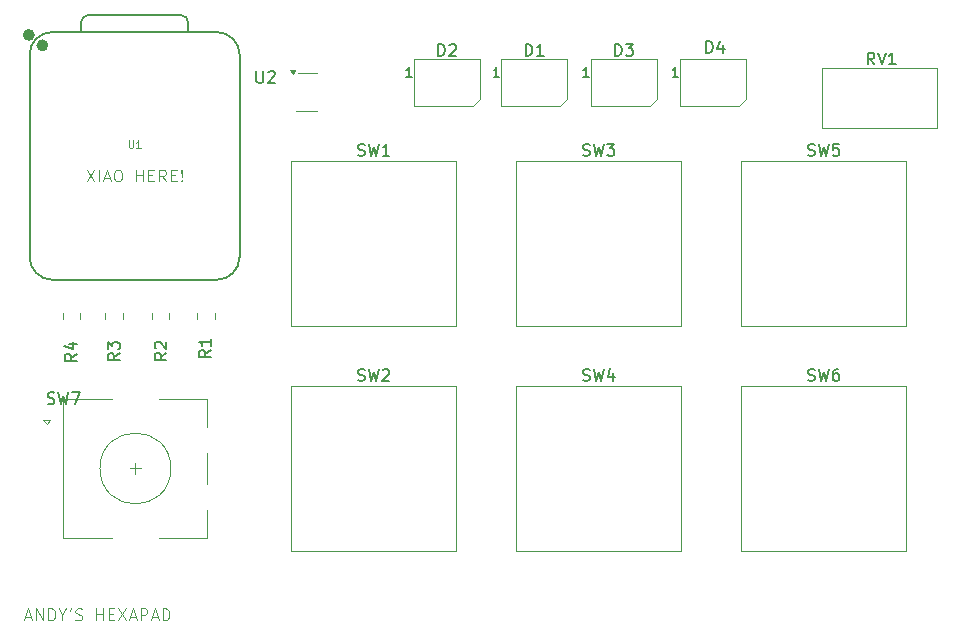
<source format=gbr>
%TF.GenerationSoftware,KiCad,Pcbnew,9.0.2*%
%TF.CreationDate,2025-06-27T12:13:13-04:00*%
%TF.ProjectId,hackpad,6861636b-7061-4642-9e6b-696361645f70,rev?*%
%TF.SameCoordinates,Original*%
%TF.FileFunction,Legend,Top*%
%TF.FilePolarity,Positive*%
%FSLAX46Y46*%
G04 Gerber Fmt 4.6, Leading zero omitted, Abs format (unit mm)*
G04 Created by KiCad (PCBNEW 9.0.2) date 2025-06-27 12:13:13*
%MOMM*%
%LPD*%
G01*
G04 APERTURE LIST*
%ADD10C,0.100000*%
%ADD11C,0.150000*%
%ADD12C,0.101600*%
%ADD13C,0.120000*%
%ADD14C,0.504000*%
%ADD15C,0.127000*%
G04 APERTURE END LIST*
D10*
X87608646Y-58047419D02*
X88275312Y-59047419D01*
X88275312Y-58047419D02*
X87608646Y-59047419D01*
X88656265Y-59047419D02*
X88656265Y-58047419D01*
X89084836Y-58761704D02*
X89561026Y-58761704D01*
X88989598Y-59047419D02*
X89322931Y-58047419D01*
X89322931Y-58047419D02*
X89656264Y-59047419D01*
X90180074Y-58047419D02*
X90370550Y-58047419D01*
X90370550Y-58047419D02*
X90465788Y-58095038D01*
X90465788Y-58095038D02*
X90561026Y-58190276D01*
X90561026Y-58190276D02*
X90608645Y-58380752D01*
X90608645Y-58380752D02*
X90608645Y-58714085D01*
X90608645Y-58714085D02*
X90561026Y-58904561D01*
X90561026Y-58904561D02*
X90465788Y-58999800D01*
X90465788Y-58999800D02*
X90370550Y-59047419D01*
X90370550Y-59047419D02*
X90180074Y-59047419D01*
X90180074Y-59047419D02*
X90084836Y-58999800D01*
X90084836Y-58999800D02*
X89989598Y-58904561D01*
X89989598Y-58904561D02*
X89941979Y-58714085D01*
X89941979Y-58714085D02*
X89941979Y-58380752D01*
X89941979Y-58380752D02*
X89989598Y-58190276D01*
X89989598Y-58190276D02*
X90084836Y-58095038D01*
X90084836Y-58095038D02*
X90180074Y-58047419D01*
X91799122Y-59047419D02*
X91799122Y-58047419D01*
X91799122Y-58523609D02*
X92370550Y-58523609D01*
X92370550Y-59047419D02*
X92370550Y-58047419D01*
X92846741Y-58523609D02*
X93180074Y-58523609D01*
X93322931Y-59047419D02*
X92846741Y-59047419D01*
X92846741Y-59047419D02*
X92846741Y-58047419D01*
X92846741Y-58047419D02*
X93322931Y-58047419D01*
X94322931Y-59047419D02*
X93989598Y-58571228D01*
X93751503Y-59047419D02*
X93751503Y-58047419D01*
X93751503Y-58047419D02*
X94132455Y-58047419D01*
X94132455Y-58047419D02*
X94227693Y-58095038D01*
X94227693Y-58095038D02*
X94275312Y-58142657D01*
X94275312Y-58142657D02*
X94322931Y-58237895D01*
X94322931Y-58237895D02*
X94322931Y-58380752D01*
X94322931Y-58380752D02*
X94275312Y-58475990D01*
X94275312Y-58475990D02*
X94227693Y-58523609D01*
X94227693Y-58523609D02*
X94132455Y-58571228D01*
X94132455Y-58571228D02*
X93751503Y-58571228D01*
X94751503Y-58523609D02*
X95084836Y-58523609D01*
X95227693Y-59047419D02*
X94751503Y-59047419D01*
X94751503Y-59047419D02*
X94751503Y-58047419D01*
X94751503Y-58047419D02*
X95227693Y-58047419D01*
X95656265Y-58952180D02*
X95703884Y-58999800D01*
X95703884Y-58999800D02*
X95656265Y-59047419D01*
X95656265Y-59047419D02*
X95608646Y-58999800D01*
X95608646Y-58999800D02*
X95656265Y-58952180D01*
X95656265Y-58952180D02*
X95656265Y-59047419D01*
X95656265Y-58666466D02*
X95608646Y-58095038D01*
X95608646Y-58095038D02*
X95656265Y-58047419D01*
X95656265Y-58047419D02*
X95703884Y-58095038D01*
X95703884Y-58095038D02*
X95656265Y-58666466D01*
X95656265Y-58666466D02*
X95656265Y-58047419D01*
X82431265Y-95911704D02*
X82907455Y-95911704D01*
X82336027Y-96197419D02*
X82669360Y-95197419D01*
X82669360Y-95197419D02*
X83002693Y-96197419D01*
X83336027Y-96197419D02*
X83336027Y-95197419D01*
X83336027Y-95197419D02*
X83907455Y-96197419D01*
X83907455Y-96197419D02*
X83907455Y-95197419D01*
X84383646Y-96197419D02*
X84383646Y-95197419D01*
X84383646Y-95197419D02*
X84621741Y-95197419D01*
X84621741Y-95197419D02*
X84764598Y-95245038D01*
X84764598Y-95245038D02*
X84859836Y-95340276D01*
X84859836Y-95340276D02*
X84907455Y-95435514D01*
X84907455Y-95435514D02*
X84955074Y-95625990D01*
X84955074Y-95625990D02*
X84955074Y-95768847D01*
X84955074Y-95768847D02*
X84907455Y-95959323D01*
X84907455Y-95959323D02*
X84859836Y-96054561D01*
X84859836Y-96054561D02*
X84764598Y-96149800D01*
X84764598Y-96149800D02*
X84621741Y-96197419D01*
X84621741Y-96197419D02*
X84383646Y-96197419D01*
X85574122Y-95721228D02*
X85574122Y-96197419D01*
X85240789Y-95197419D02*
X85574122Y-95721228D01*
X85574122Y-95721228D02*
X85907455Y-95197419D01*
X86288408Y-95197419D02*
X86193170Y-95387895D01*
X86669360Y-96149800D02*
X86812217Y-96197419D01*
X86812217Y-96197419D02*
X87050312Y-96197419D01*
X87050312Y-96197419D02*
X87145550Y-96149800D01*
X87145550Y-96149800D02*
X87193169Y-96102180D01*
X87193169Y-96102180D02*
X87240788Y-96006942D01*
X87240788Y-96006942D02*
X87240788Y-95911704D01*
X87240788Y-95911704D02*
X87193169Y-95816466D01*
X87193169Y-95816466D02*
X87145550Y-95768847D01*
X87145550Y-95768847D02*
X87050312Y-95721228D01*
X87050312Y-95721228D02*
X86859836Y-95673609D01*
X86859836Y-95673609D02*
X86764598Y-95625990D01*
X86764598Y-95625990D02*
X86716979Y-95578371D01*
X86716979Y-95578371D02*
X86669360Y-95483133D01*
X86669360Y-95483133D02*
X86669360Y-95387895D01*
X86669360Y-95387895D02*
X86716979Y-95292657D01*
X86716979Y-95292657D02*
X86764598Y-95245038D01*
X86764598Y-95245038D02*
X86859836Y-95197419D01*
X86859836Y-95197419D02*
X87097931Y-95197419D01*
X87097931Y-95197419D02*
X87240788Y-95245038D01*
X88431265Y-96197419D02*
X88431265Y-95197419D01*
X88431265Y-95673609D02*
X89002693Y-95673609D01*
X89002693Y-96197419D02*
X89002693Y-95197419D01*
X89478884Y-95673609D02*
X89812217Y-95673609D01*
X89955074Y-96197419D02*
X89478884Y-96197419D01*
X89478884Y-96197419D02*
X89478884Y-95197419D01*
X89478884Y-95197419D02*
X89955074Y-95197419D01*
X90288408Y-95197419D02*
X90955074Y-96197419D01*
X90955074Y-95197419D02*
X90288408Y-96197419D01*
X91288408Y-95911704D02*
X91764598Y-95911704D01*
X91193170Y-96197419D02*
X91526503Y-95197419D01*
X91526503Y-95197419D02*
X91859836Y-96197419D01*
X92193170Y-96197419D02*
X92193170Y-95197419D01*
X92193170Y-95197419D02*
X92574122Y-95197419D01*
X92574122Y-95197419D02*
X92669360Y-95245038D01*
X92669360Y-95245038D02*
X92716979Y-95292657D01*
X92716979Y-95292657D02*
X92764598Y-95387895D01*
X92764598Y-95387895D02*
X92764598Y-95530752D01*
X92764598Y-95530752D02*
X92716979Y-95625990D01*
X92716979Y-95625990D02*
X92669360Y-95673609D01*
X92669360Y-95673609D02*
X92574122Y-95721228D01*
X92574122Y-95721228D02*
X92193170Y-95721228D01*
X93145551Y-95911704D02*
X93621741Y-95911704D01*
X93050313Y-96197419D02*
X93383646Y-95197419D01*
X93383646Y-95197419D02*
X93716979Y-96197419D01*
X94050313Y-96197419D02*
X94050313Y-95197419D01*
X94050313Y-95197419D02*
X94288408Y-95197419D01*
X94288408Y-95197419D02*
X94431265Y-95245038D01*
X94431265Y-95245038D02*
X94526503Y-95340276D01*
X94526503Y-95340276D02*
X94574122Y-95435514D01*
X94574122Y-95435514D02*
X94621741Y-95625990D01*
X94621741Y-95625990D02*
X94621741Y-95768847D01*
X94621741Y-95768847D02*
X94574122Y-95959323D01*
X94574122Y-95959323D02*
X94526503Y-96054561D01*
X94526503Y-96054561D02*
X94431265Y-96149800D01*
X94431265Y-96149800D02*
X94288408Y-96197419D01*
X94288408Y-96197419D02*
X94050313Y-96197419D01*
D11*
X84316667Y-77850950D02*
X84459524Y-77898569D01*
X84459524Y-77898569D02*
X84697619Y-77898569D01*
X84697619Y-77898569D02*
X84792857Y-77850950D01*
X84792857Y-77850950D02*
X84840476Y-77803330D01*
X84840476Y-77803330D02*
X84888095Y-77708092D01*
X84888095Y-77708092D02*
X84888095Y-77612854D01*
X84888095Y-77612854D02*
X84840476Y-77517616D01*
X84840476Y-77517616D02*
X84792857Y-77469997D01*
X84792857Y-77469997D02*
X84697619Y-77422378D01*
X84697619Y-77422378D02*
X84507143Y-77374759D01*
X84507143Y-77374759D02*
X84411905Y-77327140D01*
X84411905Y-77327140D02*
X84364286Y-77279521D01*
X84364286Y-77279521D02*
X84316667Y-77184283D01*
X84316667Y-77184283D02*
X84316667Y-77089045D01*
X84316667Y-77089045D02*
X84364286Y-76993807D01*
X84364286Y-76993807D02*
X84411905Y-76946188D01*
X84411905Y-76946188D02*
X84507143Y-76898569D01*
X84507143Y-76898569D02*
X84745238Y-76898569D01*
X84745238Y-76898569D02*
X84888095Y-76946188D01*
X85221429Y-76898569D02*
X85459524Y-77898569D01*
X85459524Y-77898569D02*
X85650000Y-77184283D01*
X85650000Y-77184283D02*
X85840476Y-77898569D01*
X85840476Y-77898569D02*
X86078572Y-76898569D01*
X86364286Y-76898569D02*
X87030952Y-76898569D01*
X87030952Y-76898569D02*
X86602381Y-77898569D01*
X90404819Y-73596666D02*
X89928628Y-73929999D01*
X90404819Y-74168094D02*
X89404819Y-74168094D01*
X89404819Y-74168094D02*
X89404819Y-73787142D01*
X89404819Y-73787142D02*
X89452438Y-73691904D01*
X89452438Y-73691904D02*
X89500057Y-73644285D01*
X89500057Y-73644285D02*
X89595295Y-73596666D01*
X89595295Y-73596666D02*
X89738152Y-73596666D01*
X89738152Y-73596666D02*
X89833390Y-73644285D01*
X89833390Y-73644285D02*
X89881009Y-73691904D01*
X89881009Y-73691904D02*
X89928628Y-73787142D01*
X89928628Y-73787142D02*
X89928628Y-74168094D01*
X89404819Y-73263332D02*
X89404819Y-72644285D01*
X89404819Y-72644285D02*
X89785771Y-72977618D01*
X89785771Y-72977618D02*
X89785771Y-72834761D01*
X89785771Y-72834761D02*
X89833390Y-72739523D01*
X89833390Y-72739523D02*
X89881009Y-72691904D01*
X89881009Y-72691904D02*
X89976247Y-72644285D01*
X89976247Y-72644285D02*
X90214342Y-72644285D01*
X90214342Y-72644285D02*
X90309580Y-72691904D01*
X90309580Y-72691904D02*
X90357200Y-72739523D01*
X90357200Y-72739523D02*
X90404819Y-72834761D01*
X90404819Y-72834761D02*
X90404819Y-73120475D01*
X90404819Y-73120475D02*
X90357200Y-73215713D01*
X90357200Y-73215713D02*
X90309580Y-73263332D01*
X86774819Y-73636666D02*
X86298628Y-73969999D01*
X86774819Y-74208094D02*
X85774819Y-74208094D01*
X85774819Y-74208094D02*
X85774819Y-73827142D01*
X85774819Y-73827142D02*
X85822438Y-73731904D01*
X85822438Y-73731904D02*
X85870057Y-73684285D01*
X85870057Y-73684285D02*
X85965295Y-73636666D01*
X85965295Y-73636666D02*
X86108152Y-73636666D01*
X86108152Y-73636666D02*
X86203390Y-73684285D01*
X86203390Y-73684285D02*
X86251009Y-73731904D01*
X86251009Y-73731904D02*
X86298628Y-73827142D01*
X86298628Y-73827142D02*
X86298628Y-74208094D01*
X86108152Y-72779523D02*
X86774819Y-72779523D01*
X85727200Y-73017618D02*
X86441485Y-73255713D01*
X86441485Y-73255713D02*
X86441485Y-72636666D01*
X98139819Y-73316666D02*
X97663628Y-73649999D01*
X98139819Y-73888094D02*
X97139819Y-73888094D01*
X97139819Y-73888094D02*
X97139819Y-73507142D01*
X97139819Y-73507142D02*
X97187438Y-73411904D01*
X97187438Y-73411904D02*
X97235057Y-73364285D01*
X97235057Y-73364285D02*
X97330295Y-73316666D01*
X97330295Y-73316666D02*
X97473152Y-73316666D01*
X97473152Y-73316666D02*
X97568390Y-73364285D01*
X97568390Y-73364285D02*
X97616009Y-73411904D01*
X97616009Y-73411904D02*
X97663628Y-73507142D01*
X97663628Y-73507142D02*
X97663628Y-73888094D01*
X98139819Y-72364285D02*
X98139819Y-72935713D01*
X98139819Y-72649999D02*
X97139819Y-72649999D01*
X97139819Y-72649999D02*
X97282676Y-72745237D01*
X97282676Y-72745237D02*
X97377914Y-72840475D01*
X97377914Y-72840475D02*
X97425533Y-72935713D01*
X129635417Y-56826950D02*
X129778274Y-56874569D01*
X129778274Y-56874569D02*
X130016369Y-56874569D01*
X130016369Y-56874569D02*
X130111607Y-56826950D01*
X130111607Y-56826950D02*
X130159226Y-56779330D01*
X130159226Y-56779330D02*
X130206845Y-56684092D01*
X130206845Y-56684092D02*
X130206845Y-56588854D01*
X130206845Y-56588854D02*
X130159226Y-56493616D01*
X130159226Y-56493616D02*
X130111607Y-56445997D01*
X130111607Y-56445997D02*
X130016369Y-56398378D01*
X130016369Y-56398378D02*
X129825893Y-56350759D01*
X129825893Y-56350759D02*
X129730655Y-56303140D01*
X129730655Y-56303140D02*
X129683036Y-56255521D01*
X129683036Y-56255521D02*
X129635417Y-56160283D01*
X129635417Y-56160283D02*
X129635417Y-56065045D01*
X129635417Y-56065045D02*
X129683036Y-55969807D01*
X129683036Y-55969807D02*
X129730655Y-55922188D01*
X129730655Y-55922188D02*
X129825893Y-55874569D01*
X129825893Y-55874569D02*
X130063988Y-55874569D01*
X130063988Y-55874569D02*
X130206845Y-55922188D01*
X130540179Y-55874569D02*
X130778274Y-56874569D01*
X130778274Y-56874569D02*
X130968750Y-56160283D01*
X130968750Y-56160283D02*
X131159226Y-56874569D01*
X131159226Y-56874569D02*
X131397322Y-55874569D01*
X131683036Y-55874569D02*
X132302083Y-55874569D01*
X132302083Y-55874569D02*
X131968750Y-56255521D01*
X131968750Y-56255521D02*
X132111607Y-56255521D01*
X132111607Y-56255521D02*
X132206845Y-56303140D01*
X132206845Y-56303140D02*
X132254464Y-56350759D01*
X132254464Y-56350759D02*
X132302083Y-56445997D01*
X132302083Y-56445997D02*
X132302083Y-56684092D01*
X132302083Y-56684092D02*
X132254464Y-56779330D01*
X132254464Y-56779330D02*
X132206845Y-56826950D01*
X132206845Y-56826950D02*
X132111607Y-56874569D01*
X132111607Y-56874569D02*
X131825893Y-56874569D01*
X131825893Y-56874569D02*
X131730655Y-56826950D01*
X131730655Y-56826950D02*
X131683036Y-56779330D01*
X117386905Y-48404819D02*
X117386905Y-47404819D01*
X117386905Y-47404819D02*
X117625000Y-47404819D01*
X117625000Y-47404819D02*
X117767857Y-47452438D01*
X117767857Y-47452438D02*
X117863095Y-47547676D01*
X117863095Y-47547676D02*
X117910714Y-47642914D01*
X117910714Y-47642914D02*
X117958333Y-47833390D01*
X117958333Y-47833390D02*
X117958333Y-47976247D01*
X117958333Y-47976247D02*
X117910714Y-48166723D01*
X117910714Y-48166723D02*
X117863095Y-48261961D01*
X117863095Y-48261961D02*
X117767857Y-48357200D01*
X117767857Y-48357200D02*
X117625000Y-48404819D01*
X117625000Y-48404819D02*
X117386905Y-48404819D01*
X118339286Y-47500057D02*
X118386905Y-47452438D01*
X118386905Y-47452438D02*
X118482143Y-47404819D01*
X118482143Y-47404819D02*
X118720238Y-47404819D01*
X118720238Y-47404819D02*
X118815476Y-47452438D01*
X118815476Y-47452438D02*
X118863095Y-47500057D01*
X118863095Y-47500057D02*
X118910714Y-47595295D01*
X118910714Y-47595295D02*
X118910714Y-47690533D01*
X118910714Y-47690533D02*
X118863095Y-47833390D01*
X118863095Y-47833390D02*
X118291667Y-48404819D01*
X118291667Y-48404819D02*
X118910714Y-48404819D01*
X115153571Y-50187295D02*
X114696428Y-50187295D01*
X114925000Y-50187295D02*
X114925000Y-49387295D01*
X114925000Y-49387295D02*
X114848809Y-49501580D01*
X114848809Y-49501580D02*
X114772619Y-49577771D01*
X114772619Y-49577771D02*
X114696428Y-49615866D01*
X124776905Y-48404819D02*
X124776905Y-47404819D01*
X124776905Y-47404819D02*
X125015000Y-47404819D01*
X125015000Y-47404819D02*
X125157857Y-47452438D01*
X125157857Y-47452438D02*
X125253095Y-47547676D01*
X125253095Y-47547676D02*
X125300714Y-47642914D01*
X125300714Y-47642914D02*
X125348333Y-47833390D01*
X125348333Y-47833390D02*
X125348333Y-47976247D01*
X125348333Y-47976247D02*
X125300714Y-48166723D01*
X125300714Y-48166723D02*
X125253095Y-48261961D01*
X125253095Y-48261961D02*
X125157857Y-48357200D01*
X125157857Y-48357200D02*
X125015000Y-48404819D01*
X125015000Y-48404819D02*
X124776905Y-48404819D01*
X126300714Y-48404819D02*
X125729286Y-48404819D01*
X126015000Y-48404819D02*
X126015000Y-47404819D01*
X126015000Y-47404819D02*
X125919762Y-47547676D01*
X125919762Y-47547676D02*
X125824524Y-47642914D01*
X125824524Y-47642914D02*
X125729286Y-47690533D01*
X122543571Y-50187295D02*
X122086428Y-50187295D01*
X122315000Y-50187295D02*
X122315000Y-49387295D01*
X122315000Y-49387295D02*
X122238809Y-49501580D01*
X122238809Y-49501580D02*
X122162619Y-49577771D01*
X122162619Y-49577771D02*
X122086428Y-49615866D01*
X132346905Y-48404819D02*
X132346905Y-47404819D01*
X132346905Y-47404819D02*
X132585000Y-47404819D01*
X132585000Y-47404819D02*
X132727857Y-47452438D01*
X132727857Y-47452438D02*
X132823095Y-47547676D01*
X132823095Y-47547676D02*
X132870714Y-47642914D01*
X132870714Y-47642914D02*
X132918333Y-47833390D01*
X132918333Y-47833390D02*
X132918333Y-47976247D01*
X132918333Y-47976247D02*
X132870714Y-48166723D01*
X132870714Y-48166723D02*
X132823095Y-48261961D01*
X132823095Y-48261961D02*
X132727857Y-48357200D01*
X132727857Y-48357200D02*
X132585000Y-48404819D01*
X132585000Y-48404819D02*
X132346905Y-48404819D01*
X133251667Y-47404819D02*
X133870714Y-47404819D01*
X133870714Y-47404819D02*
X133537381Y-47785771D01*
X133537381Y-47785771D02*
X133680238Y-47785771D01*
X133680238Y-47785771D02*
X133775476Y-47833390D01*
X133775476Y-47833390D02*
X133823095Y-47881009D01*
X133823095Y-47881009D02*
X133870714Y-47976247D01*
X133870714Y-47976247D02*
X133870714Y-48214342D01*
X133870714Y-48214342D02*
X133823095Y-48309580D01*
X133823095Y-48309580D02*
X133775476Y-48357200D01*
X133775476Y-48357200D02*
X133680238Y-48404819D01*
X133680238Y-48404819D02*
X133394524Y-48404819D01*
X133394524Y-48404819D02*
X133299286Y-48357200D01*
X133299286Y-48357200D02*
X133251667Y-48309580D01*
X130113571Y-50187295D02*
X129656428Y-50187295D01*
X129885000Y-50187295D02*
X129885000Y-49387295D01*
X129885000Y-49387295D02*
X129808809Y-49501580D01*
X129808809Y-49501580D02*
X129732619Y-49577771D01*
X129732619Y-49577771D02*
X129656428Y-49615866D01*
X140066905Y-48159819D02*
X140066905Y-47159819D01*
X140066905Y-47159819D02*
X140305000Y-47159819D01*
X140305000Y-47159819D02*
X140447857Y-47207438D01*
X140447857Y-47207438D02*
X140543095Y-47302676D01*
X140543095Y-47302676D02*
X140590714Y-47397914D01*
X140590714Y-47397914D02*
X140638333Y-47588390D01*
X140638333Y-47588390D02*
X140638333Y-47731247D01*
X140638333Y-47731247D02*
X140590714Y-47921723D01*
X140590714Y-47921723D02*
X140543095Y-48016961D01*
X140543095Y-48016961D02*
X140447857Y-48112200D01*
X140447857Y-48112200D02*
X140305000Y-48159819D01*
X140305000Y-48159819D02*
X140066905Y-48159819D01*
X141495476Y-47493152D02*
X141495476Y-48159819D01*
X141257381Y-47112200D02*
X141019286Y-47826485D01*
X141019286Y-47826485D02*
X141638333Y-47826485D01*
X137683571Y-50187295D02*
X137226428Y-50187295D01*
X137455000Y-50187295D02*
X137455000Y-49387295D01*
X137455000Y-49387295D02*
X137378809Y-49501580D01*
X137378809Y-49501580D02*
X137302619Y-49577771D01*
X137302619Y-49577771D02*
X137226428Y-49615866D01*
D12*
X91191190Y-55578479D02*
X91191190Y-56092526D01*
X91191190Y-56092526D02*
X91221428Y-56153002D01*
X91221428Y-56153002D02*
X91251666Y-56183241D01*
X91251666Y-56183241D02*
X91312142Y-56213479D01*
X91312142Y-56213479D02*
X91433095Y-56213479D01*
X91433095Y-56213479D02*
X91493571Y-56183241D01*
X91493571Y-56183241D02*
X91523809Y-56153002D01*
X91523809Y-56153002D02*
X91554047Y-56092526D01*
X91554047Y-56092526D02*
X91554047Y-55578479D01*
X92189047Y-56213479D02*
X91826190Y-56213479D01*
X92007618Y-56213479D02*
X92007618Y-55578479D01*
X92007618Y-55578479D02*
X91947142Y-55669193D01*
X91947142Y-55669193D02*
X91886666Y-55729669D01*
X91886666Y-55729669D02*
X91826190Y-55759907D01*
D11*
X94369819Y-73556666D02*
X93893628Y-73889999D01*
X94369819Y-74128094D02*
X93369819Y-74128094D01*
X93369819Y-74128094D02*
X93369819Y-73747142D01*
X93369819Y-73747142D02*
X93417438Y-73651904D01*
X93417438Y-73651904D02*
X93465057Y-73604285D01*
X93465057Y-73604285D02*
X93560295Y-73556666D01*
X93560295Y-73556666D02*
X93703152Y-73556666D01*
X93703152Y-73556666D02*
X93798390Y-73604285D01*
X93798390Y-73604285D02*
X93846009Y-73651904D01*
X93846009Y-73651904D02*
X93893628Y-73747142D01*
X93893628Y-73747142D02*
X93893628Y-74128094D01*
X93465057Y-73175713D02*
X93417438Y-73128094D01*
X93417438Y-73128094D02*
X93369819Y-73032856D01*
X93369819Y-73032856D02*
X93369819Y-72794761D01*
X93369819Y-72794761D02*
X93417438Y-72699523D01*
X93417438Y-72699523D02*
X93465057Y-72651904D01*
X93465057Y-72651904D02*
X93560295Y-72604285D01*
X93560295Y-72604285D02*
X93655533Y-72604285D01*
X93655533Y-72604285D02*
X93798390Y-72651904D01*
X93798390Y-72651904D02*
X94369819Y-73223332D01*
X94369819Y-73223332D02*
X94369819Y-72604285D01*
X110585417Y-75876950D02*
X110728274Y-75924569D01*
X110728274Y-75924569D02*
X110966369Y-75924569D01*
X110966369Y-75924569D02*
X111061607Y-75876950D01*
X111061607Y-75876950D02*
X111109226Y-75829330D01*
X111109226Y-75829330D02*
X111156845Y-75734092D01*
X111156845Y-75734092D02*
X111156845Y-75638854D01*
X111156845Y-75638854D02*
X111109226Y-75543616D01*
X111109226Y-75543616D02*
X111061607Y-75495997D01*
X111061607Y-75495997D02*
X110966369Y-75448378D01*
X110966369Y-75448378D02*
X110775893Y-75400759D01*
X110775893Y-75400759D02*
X110680655Y-75353140D01*
X110680655Y-75353140D02*
X110633036Y-75305521D01*
X110633036Y-75305521D02*
X110585417Y-75210283D01*
X110585417Y-75210283D02*
X110585417Y-75115045D01*
X110585417Y-75115045D02*
X110633036Y-75019807D01*
X110633036Y-75019807D02*
X110680655Y-74972188D01*
X110680655Y-74972188D02*
X110775893Y-74924569D01*
X110775893Y-74924569D02*
X111013988Y-74924569D01*
X111013988Y-74924569D02*
X111156845Y-74972188D01*
X111490179Y-74924569D02*
X111728274Y-75924569D01*
X111728274Y-75924569D02*
X111918750Y-75210283D01*
X111918750Y-75210283D02*
X112109226Y-75924569D01*
X112109226Y-75924569D02*
X112347322Y-74924569D01*
X112680655Y-75019807D02*
X112728274Y-74972188D01*
X112728274Y-74972188D02*
X112823512Y-74924569D01*
X112823512Y-74924569D02*
X113061607Y-74924569D01*
X113061607Y-74924569D02*
X113156845Y-74972188D01*
X113156845Y-74972188D02*
X113204464Y-75019807D01*
X113204464Y-75019807D02*
X113252083Y-75115045D01*
X113252083Y-75115045D02*
X113252083Y-75210283D01*
X113252083Y-75210283D02*
X113204464Y-75353140D01*
X113204464Y-75353140D02*
X112633036Y-75924569D01*
X112633036Y-75924569D02*
X113252083Y-75924569D01*
X110585417Y-56826950D02*
X110728274Y-56874569D01*
X110728274Y-56874569D02*
X110966369Y-56874569D01*
X110966369Y-56874569D02*
X111061607Y-56826950D01*
X111061607Y-56826950D02*
X111109226Y-56779330D01*
X111109226Y-56779330D02*
X111156845Y-56684092D01*
X111156845Y-56684092D02*
X111156845Y-56588854D01*
X111156845Y-56588854D02*
X111109226Y-56493616D01*
X111109226Y-56493616D02*
X111061607Y-56445997D01*
X111061607Y-56445997D02*
X110966369Y-56398378D01*
X110966369Y-56398378D02*
X110775893Y-56350759D01*
X110775893Y-56350759D02*
X110680655Y-56303140D01*
X110680655Y-56303140D02*
X110633036Y-56255521D01*
X110633036Y-56255521D02*
X110585417Y-56160283D01*
X110585417Y-56160283D02*
X110585417Y-56065045D01*
X110585417Y-56065045D02*
X110633036Y-55969807D01*
X110633036Y-55969807D02*
X110680655Y-55922188D01*
X110680655Y-55922188D02*
X110775893Y-55874569D01*
X110775893Y-55874569D02*
X111013988Y-55874569D01*
X111013988Y-55874569D02*
X111156845Y-55922188D01*
X111490179Y-55874569D02*
X111728274Y-56874569D01*
X111728274Y-56874569D02*
X111918750Y-56160283D01*
X111918750Y-56160283D02*
X112109226Y-56874569D01*
X112109226Y-56874569D02*
X112347322Y-55874569D01*
X113252083Y-56874569D02*
X112680655Y-56874569D01*
X112966369Y-56874569D02*
X112966369Y-55874569D01*
X112966369Y-55874569D02*
X112871131Y-56017426D01*
X112871131Y-56017426D02*
X112775893Y-56112664D01*
X112775893Y-56112664D02*
X112680655Y-56160283D01*
X101988095Y-49704819D02*
X101988095Y-50514342D01*
X101988095Y-50514342D02*
X102035714Y-50609580D01*
X102035714Y-50609580D02*
X102083333Y-50657200D01*
X102083333Y-50657200D02*
X102178571Y-50704819D01*
X102178571Y-50704819D02*
X102369047Y-50704819D01*
X102369047Y-50704819D02*
X102464285Y-50657200D01*
X102464285Y-50657200D02*
X102511904Y-50609580D01*
X102511904Y-50609580D02*
X102559523Y-50514342D01*
X102559523Y-50514342D02*
X102559523Y-49704819D01*
X102988095Y-49800057D02*
X103035714Y-49752438D01*
X103035714Y-49752438D02*
X103130952Y-49704819D01*
X103130952Y-49704819D02*
X103369047Y-49704819D01*
X103369047Y-49704819D02*
X103464285Y-49752438D01*
X103464285Y-49752438D02*
X103511904Y-49800057D01*
X103511904Y-49800057D02*
X103559523Y-49895295D01*
X103559523Y-49895295D02*
X103559523Y-49990533D01*
X103559523Y-49990533D02*
X103511904Y-50133390D01*
X103511904Y-50133390D02*
X102940476Y-50704819D01*
X102940476Y-50704819D02*
X103559523Y-50704819D01*
X148685417Y-75876950D02*
X148828274Y-75924569D01*
X148828274Y-75924569D02*
X149066369Y-75924569D01*
X149066369Y-75924569D02*
X149161607Y-75876950D01*
X149161607Y-75876950D02*
X149209226Y-75829330D01*
X149209226Y-75829330D02*
X149256845Y-75734092D01*
X149256845Y-75734092D02*
X149256845Y-75638854D01*
X149256845Y-75638854D02*
X149209226Y-75543616D01*
X149209226Y-75543616D02*
X149161607Y-75495997D01*
X149161607Y-75495997D02*
X149066369Y-75448378D01*
X149066369Y-75448378D02*
X148875893Y-75400759D01*
X148875893Y-75400759D02*
X148780655Y-75353140D01*
X148780655Y-75353140D02*
X148733036Y-75305521D01*
X148733036Y-75305521D02*
X148685417Y-75210283D01*
X148685417Y-75210283D02*
X148685417Y-75115045D01*
X148685417Y-75115045D02*
X148733036Y-75019807D01*
X148733036Y-75019807D02*
X148780655Y-74972188D01*
X148780655Y-74972188D02*
X148875893Y-74924569D01*
X148875893Y-74924569D02*
X149113988Y-74924569D01*
X149113988Y-74924569D02*
X149256845Y-74972188D01*
X149590179Y-74924569D02*
X149828274Y-75924569D01*
X149828274Y-75924569D02*
X150018750Y-75210283D01*
X150018750Y-75210283D02*
X150209226Y-75924569D01*
X150209226Y-75924569D02*
X150447322Y-74924569D01*
X151256845Y-74924569D02*
X151066369Y-74924569D01*
X151066369Y-74924569D02*
X150971131Y-74972188D01*
X150971131Y-74972188D02*
X150923512Y-75019807D01*
X150923512Y-75019807D02*
X150828274Y-75162664D01*
X150828274Y-75162664D02*
X150780655Y-75353140D01*
X150780655Y-75353140D02*
X150780655Y-75734092D01*
X150780655Y-75734092D02*
X150828274Y-75829330D01*
X150828274Y-75829330D02*
X150875893Y-75876950D01*
X150875893Y-75876950D02*
X150971131Y-75924569D01*
X150971131Y-75924569D02*
X151161607Y-75924569D01*
X151161607Y-75924569D02*
X151256845Y-75876950D01*
X151256845Y-75876950D02*
X151304464Y-75829330D01*
X151304464Y-75829330D02*
X151352083Y-75734092D01*
X151352083Y-75734092D02*
X151352083Y-75495997D01*
X151352083Y-75495997D02*
X151304464Y-75400759D01*
X151304464Y-75400759D02*
X151256845Y-75353140D01*
X151256845Y-75353140D02*
X151161607Y-75305521D01*
X151161607Y-75305521D02*
X150971131Y-75305521D01*
X150971131Y-75305521D02*
X150875893Y-75353140D01*
X150875893Y-75353140D02*
X150828274Y-75400759D01*
X150828274Y-75400759D02*
X150780655Y-75495997D01*
X148685417Y-56826950D02*
X148828274Y-56874569D01*
X148828274Y-56874569D02*
X149066369Y-56874569D01*
X149066369Y-56874569D02*
X149161607Y-56826950D01*
X149161607Y-56826950D02*
X149209226Y-56779330D01*
X149209226Y-56779330D02*
X149256845Y-56684092D01*
X149256845Y-56684092D02*
X149256845Y-56588854D01*
X149256845Y-56588854D02*
X149209226Y-56493616D01*
X149209226Y-56493616D02*
X149161607Y-56445997D01*
X149161607Y-56445997D02*
X149066369Y-56398378D01*
X149066369Y-56398378D02*
X148875893Y-56350759D01*
X148875893Y-56350759D02*
X148780655Y-56303140D01*
X148780655Y-56303140D02*
X148733036Y-56255521D01*
X148733036Y-56255521D02*
X148685417Y-56160283D01*
X148685417Y-56160283D02*
X148685417Y-56065045D01*
X148685417Y-56065045D02*
X148733036Y-55969807D01*
X148733036Y-55969807D02*
X148780655Y-55922188D01*
X148780655Y-55922188D02*
X148875893Y-55874569D01*
X148875893Y-55874569D02*
X149113988Y-55874569D01*
X149113988Y-55874569D02*
X149256845Y-55922188D01*
X149590179Y-55874569D02*
X149828274Y-56874569D01*
X149828274Y-56874569D02*
X150018750Y-56160283D01*
X150018750Y-56160283D02*
X150209226Y-56874569D01*
X150209226Y-56874569D02*
X150447322Y-55874569D01*
X151304464Y-55874569D02*
X150828274Y-55874569D01*
X150828274Y-55874569D02*
X150780655Y-56350759D01*
X150780655Y-56350759D02*
X150828274Y-56303140D01*
X150828274Y-56303140D02*
X150923512Y-56255521D01*
X150923512Y-56255521D02*
X151161607Y-56255521D01*
X151161607Y-56255521D02*
X151256845Y-56303140D01*
X151256845Y-56303140D02*
X151304464Y-56350759D01*
X151304464Y-56350759D02*
X151352083Y-56445997D01*
X151352083Y-56445997D02*
X151352083Y-56684092D01*
X151352083Y-56684092D02*
X151304464Y-56779330D01*
X151304464Y-56779330D02*
X151256845Y-56826950D01*
X151256845Y-56826950D02*
X151161607Y-56874569D01*
X151161607Y-56874569D02*
X150923512Y-56874569D01*
X150923512Y-56874569D02*
X150828274Y-56826950D01*
X150828274Y-56826950D02*
X150780655Y-56779330D01*
X129635417Y-75876950D02*
X129778274Y-75924569D01*
X129778274Y-75924569D02*
X130016369Y-75924569D01*
X130016369Y-75924569D02*
X130111607Y-75876950D01*
X130111607Y-75876950D02*
X130159226Y-75829330D01*
X130159226Y-75829330D02*
X130206845Y-75734092D01*
X130206845Y-75734092D02*
X130206845Y-75638854D01*
X130206845Y-75638854D02*
X130159226Y-75543616D01*
X130159226Y-75543616D02*
X130111607Y-75495997D01*
X130111607Y-75495997D02*
X130016369Y-75448378D01*
X130016369Y-75448378D02*
X129825893Y-75400759D01*
X129825893Y-75400759D02*
X129730655Y-75353140D01*
X129730655Y-75353140D02*
X129683036Y-75305521D01*
X129683036Y-75305521D02*
X129635417Y-75210283D01*
X129635417Y-75210283D02*
X129635417Y-75115045D01*
X129635417Y-75115045D02*
X129683036Y-75019807D01*
X129683036Y-75019807D02*
X129730655Y-74972188D01*
X129730655Y-74972188D02*
X129825893Y-74924569D01*
X129825893Y-74924569D02*
X130063988Y-74924569D01*
X130063988Y-74924569D02*
X130206845Y-74972188D01*
X130540179Y-74924569D02*
X130778274Y-75924569D01*
X130778274Y-75924569D02*
X130968750Y-75210283D01*
X130968750Y-75210283D02*
X131159226Y-75924569D01*
X131159226Y-75924569D02*
X131397322Y-74924569D01*
X132206845Y-75257902D02*
X132206845Y-75924569D01*
X131968750Y-74876950D02*
X131730655Y-75591235D01*
X131730655Y-75591235D02*
X132349702Y-75591235D01*
X154304761Y-49129819D02*
X153971428Y-48653628D01*
X153733333Y-49129819D02*
X153733333Y-48129819D01*
X153733333Y-48129819D02*
X154114285Y-48129819D01*
X154114285Y-48129819D02*
X154209523Y-48177438D01*
X154209523Y-48177438D02*
X154257142Y-48225057D01*
X154257142Y-48225057D02*
X154304761Y-48320295D01*
X154304761Y-48320295D02*
X154304761Y-48463152D01*
X154304761Y-48463152D02*
X154257142Y-48558390D01*
X154257142Y-48558390D02*
X154209523Y-48606009D01*
X154209523Y-48606009D02*
X154114285Y-48653628D01*
X154114285Y-48653628D02*
X153733333Y-48653628D01*
X154590476Y-48129819D02*
X154923809Y-49129819D01*
X154923809Y-49129819D02*
X155257142Y-48129819D01*
X156114285Y-49129819D02*
X155542857Y-49129819D01*
X155828571Y-49129819D02*
X155828571Y-48129819D01*
X155828571Y-48129819D02*
X155733333Y-48272676D01*
X155733333Y-48272676D02*
X155638095Y-48367914D01*
X155638095Y-48367914D02*
X155542857Y-48415533D01*
D13*
%TO.C,SW7*%
X94750000Y-83343750D02*
G75*
G02*
X88750000Y-83343750I-3000000J0D01*
G01*
X88750000Y-83343750D02*
G75*
G02*
X94750000Y-83343750I3000000J0D01*
G01*
X97850000Y-89243750D02*
X93750000Y-89243750D01*
X97850000Y-86843750D02*
X97850000Y-89243750D01*
X97850000Y-82043750D02*
X97850000Y-84643750D01*
X97850000Y-77443750D02*
X97850000Y-79843750D01*
X93750000Y-77443750D02*
X97850000Y-77443750D01*
X91750000Y-82843750D02*
X91750000Y-83843750D01*
X91250000Y-83343750D02*
X92250000Y-83343750D01*
X89750000Y-89243750D02*
X85650000Y-89243750D01*
X89750000Y-77443750D02*
X85650000Y-77443750D01*
X85650000Y-77443750D02*
X85650000Y-89243750D01*
X84550000Y-79243750D02*
X84250000Y-79543750D01*
X84250000Y-79543750D02*
X83950000Y-79243750D01*
X83950000Y-79243750D02*
X84550000Y-79243750D01*
%TO.C,R3*%
X90685000Y-70222936D02*
X90685000Y-70677064D01*
X89215000Y-70222936D02*
X89215000Y-70677064D01*
%TO.C,R4*%
X85615000Y-70222936D02*
X85615000Y-70677064D01*
X87085000Y-70222936D02*
X87085000Y-70677064D01*
%TO.C,R1*%
X98460000Y-70222936D02*
X98460000Y-70677064D01*
X96990000Y-70222936D02*
X96990000Y-70677064D01*
%TO.C,SW3*%
X137953750Y-71278750D02*
X123983750Y-71278750D01*
X137953750Y-57308750D02*
X137953750Y-71278750D01*
X123983750Y-71278750D02*
X123983750Y-57308750D01*
X123983750Y-57308750D02*
X137953750Y-57308750D01*
%TO.C,D2*%
X120925000Y-52100000D02*
X120925000Y-48700000D01*
X120925000Y-52100000D02*
X120325000Y-52700000D01*
X115325000Y-52700000D02*
X120325000Y-52700000D01*
X115325000Y-48700000D02*
X120925000Y-48700000D01*
X115325000Y-48700000D02*
X115325000Y-52700000D01*
%TO.C,D1*%
X128315000Y-52100000D02*
X128315000Y-48700000D01*
X128315000Y-52100000D02*
X127715000Y-52700000D01*
X122715000Y-52700000D02*
X127715000Y-52700000D01*
X122715000Y-48700000D02*
X128315000Y-48700000D01*
X122715000Y-48700000D02*
X122715000Y-52700000D01*
%TO.C,D3*%
X135885000Y-52100000D02*
X135885000Y-48700000D01*
X135885000Y-52100000D02*
X135285000Y-52700000D01*
X130285000Y-52700000D02*
X135285000Y-52700000D01*
X130285000Y-48700000D02*
X135885000Y-48700000D01*
X130285000Y-48700000D02*
X130285000Y-52700000D01*
%TO.C,D4*%
X137855000Y-48700000D02*
X137855000Y-52700000D01*
X137855000Y-48700000D02*
X143455000Y-48700000D01*
X137855000Y-52700000D02*
X142855000Y-52700000D01*
X143455000Y-52100000D02*
X142855000Y-52700000D01*
X143455000Y-52100000D02*
X143455000Y-48700000D01*
%TO.C,U1*%
D14*
X84120000Y-47523500D02*
G75*
G02*
X83616000Y-47523500I-252000J0D01*
G01*
X83616000Y-47523500D02*
G75*
G02*
X84120000Y-47523500I252000J0D01*
G01*
X82977000Y-46643500D02*
G75*
G02*
X82473000Y-46643500I-252000J0D01*
G01*
X82473000Y-46643500D02*
G75*
G02*
X82977000Y-46643500I252000J0D01*
G01*
D15*
X100565000Y-65452500D02*
G75*
G02*
X98660000Y-67357500I-1905000J0D01*
G01*
X98660000Y-46402500D02*
G75*
G02*
X100565000Y-48307500I0J-1905000D01*
G01*
X95679000Y-44992500D02*
G75*
G02*
X96179000Y-45492500I0J-500000D01*
G01*
X87183728Y-45492228D02*
G75*
G02*
X87683728Y-44992501I500018J-291D01*
G01*
X84690000Y-67357500D02*
G75*
G02*
X82785000Y-65452500I1J1905001D01*
G01*
X82785000Y-48307500D02*
G75*
G02*
X84690000Y-46402500I1905001J-1D01*
G01*
X100565000Y-65452500D02*
X100565000Y-48307500D01*
X98660000Y-46402500D02*
X84690000Y-46402500D01*
D10*
X98660000Y-46402500D02*
X84690000Y-46402500D01*
D15*
X96179000Y-45492500D02*
X96179000Y-46402500D01*
X87683728Y-44992500D02*
X95679000Y-44992500D01*
X87180000Y-46402500D02*
X87183728Y-45492228D01*
X84690000Y-67357500D02*
X98660000Y-67357500D01*
X82785000Y-65452500D02*
X82785000Y-48307500D01*
D13*
%TO.C,R2*%
X93140000Y-70222936D02*
X93140000Y-70677064D01*
X94610000Y-70222936D02*
X94610000Y-70677064D01*
%TO.C,SW2*%
X118903750Y-90328750D02*
X104933750Y-90328750D01*
X118903750Y-76358750D02*
X118903750Y-90328750D01*
X104933750Y-90328750D02*
X104933750Y-76358750D01*
X104933750Y-76358750D02*
X118903750Y-76358750D01*
%TO.C,SW1*%
X104933750Y-57308750D02*
X118903750Y-57308750D01*
X104933750Y-71278750D02*
X104933750Y-57308750D01*
X118903750Y-57308750D02*
X118903750Y-71278750D01*
X118903750Y-71278750D02*
X104933750Y-71278750D01*
%TO.C,U2*%
X105350000Y-53110000D02*
X107150000Y-53110000D01*
X106350000Y-49890000D02*
X105550000Y-49890000D01*
X106350000Y-49890000D02*
X107150000Y-49890000D01*
X105050000Y-49940000D02*
X104810000Y-49610000D01*
X105290000Y-49610000D01*
X105050000Y-49940000D01*
G36*
X105050000Y-49940000D02*
G01*
X104810000Y-49610000D01*
X105290000Y-49610000D01*
X105050000Y-49940000D01*
G37*
%TO.C,SW6*%
X143033750Y-76358750D02*
X157003750Y-76358750D01*
X143033750Y-90328750D02*
X143033750Y-76358750D01*
X157003750Y-76358750D02*
X157003750Y-90328750D01*
X157003750Y-90328750D02*
X143033750Y-90328750D01*
%TO.C,SW5*%
X143033750Y-57308750D02*
X157003750Y-57308750D01*
X143033750Y-71278750D02*
X143033750Y-57308750D01*
X157003750Y-57308750D02*
X157003750Y-71278750D01*
X157003750Y-71278750D02*
X143033750Y-71278750D01*
%TO.C,SW4*%
X123983750Y-76358750D02*
X137953750Y-76358750D01*
X123983750Y-90328750D02*
X123983750Y-76358750D01*
X137953750Y-76358750D02*
X137953750Y-90328750D01*
X137953750Y-90328750D02*
X123983750Y-90328750D01*
%TO.C,RV1*%
X149875000Y-49475000D02*
X149875000Y-54525000D01*
X149875000Y-49475000D02*
X159625000Y-49475000D01*
X149875000Y-54525000D02*
X159625000Y-54525000D01*
X159625000Y-49475000D02*
X159625000Y-54525000D01*
%TD*%
M02*

</source>
